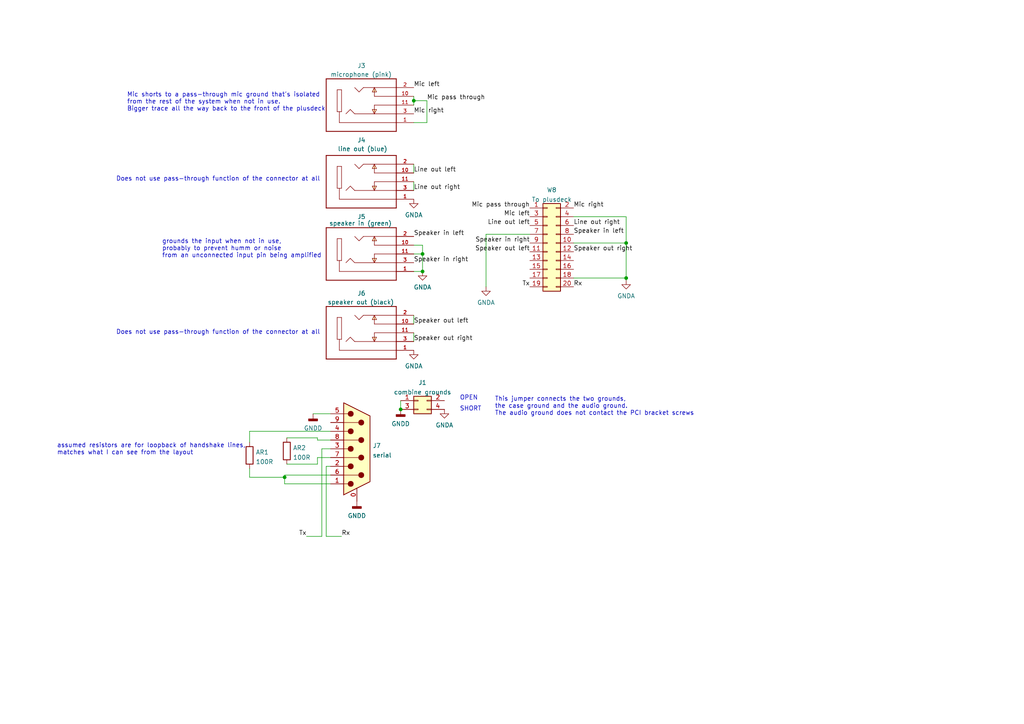
<source format=kicad_sch>
(kicad_sch (version 20230121) (generator eeschema)
  (paper "A4")
  (lib_symbols
    (symbol "Connector:DB9_Male_MountingHoles" (pin_names (offset 1.016) hide)
      (property "Reference" "J" (at 0 16.51 0))
      (property "Value" "DB9_Male_MountingHoles" (at 0 14.605 0))
      (symbol "DB9_Male_MountingHoles_0_1"
        (circle (center -1.778 -10.16) (radius 0.762) (fill (type outline)))
        (circle (center -1.778 -5.08) (radius 0.762) (fill (type outline)))
        (circle (center -1.778 0) (radius 0.762) (fill (type outline)))
        (circle (center -1.778 5.08) (radius 0.762) (fill (type outline)))
        (circle (center -1.778 10.16) (radius 0.762) (fill (type outline)))
        (polyline (pts (xy -3.81 -10.16) (xy -2.54 -10.16)))
        (polyline (pts (xy -3.81 -7.62) (xy 0.508 -7.62)))
        (polyline (pts (xy -3.81 -5.08) (xy -2.54 -5.08)))
        (polyline (pts (xy -3.81 -2.54) (xy 0.508 -2.54)))
        (polyline (pts (xy -3.81 0) (xy -2.54 0)))
        (polyline (pts (xy -3.81 2.54) (xy 0.508 2.54)))
        (polyline (pts (xy -3.81 5.08) (xy -2.54 5.08)))
        (polyline (pts (xy -3.81 7.62) (xy 0.508 7.62)))
        (polyline (pts (xy -3.81 10.16) (xy -2.54 10.16)))
        (polyline (pts (xy -3.81 -13.335) (xy -3.81 13.335) (xy 3.81 9.525) (xy 3.81 -9.525) (xy -3.81 -13.335)) (stroke (width 0.254)) (fill (type background)))
        (circle (center 1.27 -7.62) (radius 0.762) (fill (type outline)))
        (circle (center 1.27 -2.54) (radius 0.762) (fill (type outline)))
        (circle (center 1.27 2.54) (radius 0.762) (fill (type outline)))
        (circle (center 1.27 7.62) (radius 0.762) (fill (type outline)))
      )
      (symbol "DB9_Male_MountingHoles_1_1"
        (pin passive line (at 0 -15.24 90) (length 3.81) (name "PAD") (number "0"))
        (pin passive line (at -7.62 -10.16 0) (length 3.81) (name "1") (number "1"))
        (pin passive line (at -7.62 -5.08 0) (length 3.81) (name "2") (number "2"))
        (pin passive line (at -7.62 0 0) (length 3.81) (name "3") (number "3"))
        (pin passive line (at -7.62 5.08 0) (length 3.81) (name "4") (number "4"))
        (pin passive line (at -7.62 10.16 0) (length 3.81) (name "5") (number "5"))
        (pin passive line (at -7.62 -7.62 0) (length 3.81) (name "6") (number "6"))
        (pin passive line (at -7.62 -2.54 0) (length 3.81) (name "7") (number "7"))
        (pin passive line (at -7.62 2.54 0) (length 3.81) (name "8") (number "8"))
        (pin passive line (at -7.62 7.62 0) (length 3.81) (name "9") (number "9"))
      )
    )
    (symbol "Connector_Generic:Conn_02x02_Odd_Even" (pin_names (offset 1.016) hide)
      (property "Reference" "J" (at 1.27 2.54 0))
      (property "Value" "Conn_02x02_Odd_Even" (at 1.27 -5.08 0))
      (symbol "Conn_02x02_Odd_Even_1_1"
        (rectangle (start -1.27 -2.413) (end 0 -2.667) (stroke (width 0.1524)))
        (rectangle (start -1.27 0.127) (end 0 -0.127) (stroke (width 0.1524)))
        (rectangle (start -1.27 1.27) (end 3.81 -3.81) (stroke (width 0.254)) (fill (type background)))
        (rectangle (start 3.81 -2.413) (end 2.54 -2.667) (stroke (width 0.1524)))
        (rectangle (start 3.81 0.127) (end 2.54 -0.127) (stroke (width 0.1524)))
        (pin passive line (at -5.08 0 0) (length 3.81) (name "Pin_1") (number "1"))
        (pin passive line (at 7.62 0 180) (length 3.81) (name "Pin_2") (number "2"))
        (pin passive line (at -5.08 -2.54 0) (length 3.81) (name "Pin_3") (number "3"))
        (pin passive line (at 7.62 -2.54 180) (length 3.81) (name "Pin_4") (number "4"))
      )
    )
    (symbol "Connector_Generic:Conn_02x10_Odd_Even" (pin_names (offset 1.016) hide)
      (property "Reference" "J" (at 1.27 12.7 0))
      (property "Value" "Conn_02x10_Odd_Even" (at 1.27 -15.24 0))
      (symbol "Conn_02x10_Odd_Even_1_1"
        (rectangle (start -1.27 -12.573) (end 0 -12.827) (stroke (width 0.1524)))
        (rectangle (start -1.27 -10.033) (end 0 -10.287) (stroke (width 0.1524)))
        (rectangle (start -1.27 -7.493) (end 0 -7.747) (stroke (width 0.1524)))
        (rectangle (start -1.27 -4.953) (end 0 -5.207) (stroke (width 0.1524)))
        (rectangle (start -1.27 -2.413) (end 0 -2.667) (stroke (width 0.1524)))
        (rectangle (start -1.27 0.127) (end 0 -0.127) (stroke (width 0.1524)))
        (rectangle (start -1.27 2.667) (end 0 2.413) (stroke (width 0.1524)))
        (rectangle (start -1.27 5.207) (end 0 4.953) (stroke (width 0.1524)))
        (rectangle (start -1.27 7.747) (end 0 7.493) (stroke (width 0.1524)))
        (rectangle (start -1.27 10.287) (end 0 10.033) (stroke (width 0.1524)))
        (rectangle (start -1.27 11.43) (end 3.81 -13.97) (stroke (width 0.254)) (fill (type background)))
        (rectangle (start 3.81 -12.573) (end 2.54 -12.827) (stroke (width 0.1524)))
        (rectangle (start 3.81 -10.033) (end 2.54 -10.287) (stroke (width 0.1524)))
        (rectangle (start 3.81 -7.493) (end 2.54 -7.747) (stroke (width 0.1524)))
        (rectangle (start 3.81 -4.953) (end 2.54 -5.207) (stroke (width 0.1524)))
        (rectangle (start 3.81 -2.413) (end 2.54 -2.667) (stroke (width 0.1524)))
        (rectangle (start 3.81 0.127) (end 2.54 -0.127) (stroke (width 0.1524)))
        (rectangle (start 3.81 2.667) (end 2.54 2.413) (stroke (width 0.1524)))
        (rectangle (start 3.81 5.207) (end 2.54 4.953) (stroke (width 0.1524)))
        (rectangle (start 3.81 7.747) (end 2.54 7.493) (stroke (width 0.1524)))
        (rectangle (start 3.81 10.287) (end 2.54 10.033) (stroke (width 0.1524)))
        (pin passive line (at -5.08 10.16 0) (length 3.81) (name "Pin_1") (number "1"))
        (pin passive line (at 7.62 0 180) (length 3.81) (name "Pin_10") (number "10"))
        (pin passive line (at -5.08 -2.54 0) (length 3.81) (name "Pin_11") (number "11"))
        (pin passive line (at 7.62 -2.54 180) (length 3.81) (name "Pin_12") (number "12"))
        (pin passive line (at -5.08 -5.08 0) (length 3.81) (name "Pin_13") (number "13"))
        (pin passive line (at 7.62 -5.08 180) (length 3.81) (name "Pin_14") (number "14"))
        (pin passive line (at -5.08 -7.62 0) (length 3.81) (name "Pin_15") (number "15"))
        (pin passive line (at 7.62 -7.62 180) (length 3.81) (name "Pin_16") (number "16"))
        (pin passive line (at -5.08 -10.16 0) (length 3.81) (name "Pin_17") (number "17"))
        (pin passive line (at 7.62 -10.16 180) (length 3.81) (name "Pin_18") (number "18"))
        (pin passive line (at -5.08 -12.7 0) (length 3.81) (name "Pin_19") (number "19"))
        (pin passive line (at 7.62 10.16 180) (length 3.81) (name "Pin_2") (number "2"))
        (pin passive line (at 7.62 -12.7 180) (length 3.81) (name "Pin_20") (number "20"))
        (pin passive line (at -5.08 7.62 0) (length 3.81) (name "Pin_3") (number "3"))
        (pin passive line (at 7.62 7.62 180) (length 3.81) (name "Pin_4") (number "4"))
        (pin passive line (at -5.08 5.08 0) (length 3.81) (name "Pin_5") (number "5"))
        (pin passive line (at 7.62 5.08 180) (length 3.81) (name "Pin_6") (number "6"))
        (pin passive line (at -5.08 2.54 0) (length 3.81) (name "Pin_7") (number "7"))
        (pin passive line (at 7.62 2.54 180) (length 3.81) (name "Pin_8") (number "8"))
        (pin passive line (at -5.08 0 0) (length 3.81) (name "Pin_9") (number "9"))
      )
    )
    (symbol "Device:R" (pin_numbers hide) (pin_names (offset 0))
      (property "Reference" "R" (at 2.032 0 90))
      (property "Value" "R" (at 0 0 90))
      (symbol "R_0_1"
        (rectangle (start -1.016 -2.54) (end 1.016 2.54) (stroke (width 0.254)))
      )
      (symbol "R_1_1"
        (pin passive line (at 0 3.81 270) (length 1.27) (name "~") (number "1"))
        (pin passive line (at 0 -3.81 90) (length 1.27) (name "~") (number "2"))
      )
    )
    (symbol "Evan's misc parts:SJ1-3525N" (pin_names (offset 1.016) hide)
      (property "Reference" "J" (at -10.16 10.16 0))
      (property "Value" "SJ1-3525N" (at -10.16 -12.7254 0))
      (symbol "SJ1-3525N_0_0"
        (polyline (pts (xy -10.16 -7.62) (xy 10.16 -7.62)) (stroke (width 0.254)))
        (polyline (pts (xy -10.16 7.62) (xy -10.16 -7.62)) (stroke (width 0.254)))
        (polyline (pts (xy -6.985 -4.445) (xy -6.985 1.905)) (stroke (width 0.1524)))
        (polyline (pts (xy -6.985 1.905) (xy -6.35 1.905)) (stroke (width 0.1524)))
        (polyline (pts (xy -6.35 1.905) (xy -5.715 1.905)) (stroke (width 0.1524)))
        (polyline (pts (xy -6.35 5.08) (xy -6.35 1.905)) (stroke (width 0.1524)))
        (polyline (pts (xy -5.715 -4.445) (xy -6.985 -4.445)) (stroke (width 0.1524)))
        (polyline (pts (xy -5.715 1.905) (xy -5.715 -4.445)) (stroke (width 0.1524)))
        (polyline (pts (xy -3.175 1.27) (xy -4.445 2.54)) (stroke (width 0.1524)))
        (polyline (pts (xy -1.905 2.54) (xy -3.175 1.27)) (stroke (width 0.1524)))
        (polyline (pts (xy -0.635 -3.81) (xy -1.905 -5.08)) (stroke (width 0.1524)))
        (polyline (pts (xy 0.635 -5.08) (xy -0.635 -3.81)) (stroke (width 0.1524)))
        (polyline (pts (xy 3.81 -5.08) (xy 0.635 -5.08)) (stroke (width 0.1524)))
        (polyline (pts (xy 3.81 -2.54) (xy 3.81 -5.08)) (stroke (width 0.1524)))
        (polyline (pts (xy 3.81 2.54) (xy -1.905 2.54)) (stroke (width 0.1524)))
        (polyline (pts (xy 3.81 2.54) (xy 3.81 0)) (stroke (width 0.1524)))
        (polyline (pts (xy 10.16 -7.62) (xy 10.16 -5.08)) (stroke (width 0.254)))
        (polyline (pts (xy 10.16 -5.08) (xy 3.81 -5.08)) (stroke (width 0.1524)))
        (polyline (pts (xy 10.16 -5.08) (xy 10.16 -2.54)) (stroke (width 0.254)))
        (polyline (pts (xy 10.16 -2.54) (xy 3.81 -2.54)) (stroke (width 0.1524)))
        (polyline (pts (xy 10.16 -2.54) (xy 10.16 0)) (stroke (width 0.254)))
        (polyline (pts (xy 10.16 0) (xy 3.81 0)) (stroke (width 0.1524)))
        (polyline (pts (xy 10.16 0) (xy 10.16 2.54)) (stroke (width 0.254)))
        (polyline (pts (xy 10.16 2.54) (xy 3.81 2.54)) (stroke (width 0.1524)))
        (polyline (pts (xy 10.16 2.54) (xy 10.16 5.08)) (stroke (width 0.254)))
        (polyline (pts (xy 10.16 5.08) (xy -6.35 5.08)) (stroke (width 0.1524)))
        (polyline (pts (xy 10.16 5.08) (xy 10.16 7.62)) (stroke (width 0.254)))
        (polyline (pts (xy 10.16 7.62) (xy -10.16 7.62)) (stroke (width 0.254)))
        (polyline (pts (xy 3.81 -5.08) (xy 3.175 -3.81) (xy 4.445 -3.81) (xy 3.81 -5.08)) (stroke (width 0.1524)) (fill (type background)))
        (polyline (pts (xy 3.81 2.54) (xy 4.445 1.27) (xy 3.175 1.27) (xy 3.81 2.54)) (stroke (width 0.1524)) (fill (type background)))
        (pin passive line (at 15.24 5.08 180) (length 5.08) (name "~") (number "1"))
        (pin passive line (at 15.24 -2.54 180) (length 5.08) (name "~") (number "10"))
        (pin passive line (at 15.24 0 180) (length 5.08) (name "~") (number "11"))
        (pin passive line (at 15.24 -5.08 180) (length 5.08) (name "~") (number "2"))
        (pin passive line (at 15.24 2.54 180) (length 5.08) (name "~") (number "3"))
      )
    )
    (symbol "power:GNDA" (power) (pin_names (offset 0))
      (property "Value" "GNDA" (at 0 -3.81 0))
      (symbol "GNDA_0_1"
        (polyline (pts (xy 0 0) (xy 0 -1.27) (xy 1.27 -1.27) (xy 0 -2.54) (xy -1.27 -1.27) (xy 0 -1.27)))
      )
      (symbol "GNDA_1_1"
        (pin power_in line (at 0 0 270) (length 0) hide (name "GNDA") (number "1"))
      )
    )
    (symbol "power:GNDD" (power) (pin_names (offset 0))
      (property "Value" "GNDD" (at 0 -3.175 0))
      (symbol "GNDD_0_1"
        (rectangle (start -1.27 -1.524) (end 1.27 -2.032) (stroke (width 0.254)) (fill (type outline)))
        (polyline (pts (xy 0 0) (xy 0 -1.524)))
      )
      (symbol "GNDD_1_1"
        (pin power_in line (at 0 0 270) (length 0) hide (name "GNDD") (number "1"))
      )
    )
  )
  (junction (at 116.205 118.745))
  (junction (at 181.61 70.485))
  (junction (at 122.555 78.74))
  (junction (at 122.555 73.66))
  (junction (at 82.55 138.43))
  (junction (at 120.015 29.21))
  (junction (at 181.61 80.645))
  (wire (pts (xy 82.55 138.43) (xy 82.55 137.795)))
  (wire (pts (xy 140.97 83.185) (xy 140.97 67.945)))
  (wire (pts (xy 181.61 70.485) (xy 181.61 62.865)))
  (wire (pts (xy 95.885 130.175) (xy 93.345 130.175)))
  (wire (pts (xy 123.825 29.21) (xy 123.825 35.56)))
  (wire (pts (xy 92.075 127) (xy 92.075 127.635)))
  (wire (pts (xy 122.555 73.66) (xy 122.555 78.74)))
  (wire (pts (xy 181.61 62.865) (xy 166.37 62.865)))
  (wire (pts (xy 90.805 120.015) (xy 95.885 120.015)))
  (wire (pts (xy 140.97 67.945) (xy 153.67 67.945)))
  (wire (pts (xy 83.185 127) (xy 92.075 127)))
  (wire (pts (xy 181.61 80.645) (xy 181.61 81.28)))
  (wire (pts (xy 116.205 116.205) (xy 116.205 118.745)))
  (wire (pts (xy 92.075 132.715) (xy 92.075 134.62)))
  (wire (pts (xy 95.885 140.335) (xy 82.55 140.335)))
  (wire (pts (xy 123.825 35.56) (xy 120.015 35.56)))
  (wire (pts (xy 120.015 91.44) (xy 120.015 93.98)))
  (wire (pts (xy 94.615 135.255) (xy 94.615 155.575)))
  (wire (pts (xy 122.555 78.74) (xy 120.015 78.74)))
  (wire (pts (xy 122.555 71.12) (xy 122.555 73.66)))
  (wire (pts (xy 92.075 127.635) (xy 95.885 127.635)))
  (wire (pts (xy 120.015 52.705) (xy 120.015 55.245)))
  (wire (pts (xy 120.015 29.21) (xy 123.825 29.21)))
  (wire (pts (xy 120.015 47.625) (xy 120.015 50.165)))
  (wire (pts (xy 166.37 80.645) (xy 181.61 80.645)))
  (wire (pts (xy 95.885 135.255) (xy 94.615 135.255)))
  (wire (pts (xy 120.015 71.12) (xy 122.555 71.12)))
  (wire (pts (xy 166.37 70.485) (xy 181.61 70.485)))
  (wire (pts (xy 120.015 27.94) (xy 120.015 29.21)))
  (wire (pts (xy 82.55 137.795) (xy 95.885 137.795)))
  (wire (pts (xy 95.885 132.715) (xy 92.075 132.715)))
  (wire (pts (xy 95.885 125.095) (xy 72.39 125.095)))
  (wire (pts (xy 88.9 155.575) (xy 93.345 155.575)))
  (wire (pts (xy 72.39 135.89) (xy 72.39 138.43)))
  (wire (pts (xy 122.555 73.66) (xy 120.015 73.66)))
  (wire (pts (xy 181.61 70.485) (xy 181.61 80.645)))
  (wire (pts (xy 94.615 155.575) (xy 99.06 155.575)))
  (wire (pts (xy 72.39 138.43) (xy 82.55 138.43)))
  (wire (pts (xy 82.55 140.335) (xy 82.55 138.43)))
  (wire (pts (xy 120.015 96.52) (xy 120.015 99.06)))
  (wire (pts (xy 120.015 29.21) (xy 120.015 30.48)))
  (wire (pts (xy 93.345 130.175) (xy 93.345 155.575)))
  (wire (pts (xy 72.39 125.095) (xy 72.39 128.27)))
  (wire (pts (xy 92.075 134.62) (xy 83.185 134.62)))
  (text "OPEN" (at 133.35 116.205 0) (effects (font (size 1.27 1.27)) (justify left bottom)))
  (text "This jumper connects the two grounds, \nthe case ground and the audio ground.  \nThe audio ground does not contact the PCI bracket screws" (at 143.51 120.65 0) (effects (font (size 1.27 1.27)) (justify left bottom)))
  (text "Does not use pass-through function of the connector at all" (at 33.655 52.705 0) (effects (font (size 1.27 1.27)) (justify left bottom)))
  (text "SHORT" (at 133.35 119.38 0) (effects (font (size 1.27 1.27)) (justify left bottom)))
  (text "Mic shorts to a pass-through mic ground that's isolated \nfrom the rest of the system when not in use.  \nBigger trace all the way back to the front of the plusdeck" (at 36.83 32.385 0) (effects (font (size 1.27 1.27)) (justify left bottom)))
  (text "Does not use pass-through function of the connector at all" (at 33.655 97.155 0) (effects (font (size 1.27 1.27)) (justify left bottom)))
  (text "assumed resistors are for loopback of handshake lines, \nmatches what I can see from the layout" (at 16.51 132.08 0) (effects (font (size 1.27 1.27)) (justify left bottom)))
  (text "grounds the input when not in use, \nprobably to prevent humm or noise \nfrom an unconnected input pin being amplified" (at 46.99 74.93 0) (effects (font (size 1.27 1.27)) (justify left bottom)))
  (label "Speaker in left" (at 166.37 67.945 0))
  (label "Mic pass through" (at 123.825 29.21 0))
  (label "Tx" (at 88.9 155.575 180))
  (label "Line out right" (at 166.37 65.405 0))
  (label "Mic right" (at 120.015 33.02 0))
  (label "Speaker out left" (at 120.015 93.98 0))
  (label "Speaker out right" (at 166.37 73.025 0))
  (label "Line out left" (at 153.67 65.405 180))
  (label "Speaker out left" (at 153.67 73.025 180))
  (label "Mic right" (at 166.37 60.325 0))
  (label "Mic left" (at 120.015 25.4 0))
  (label "Line out left" (at 120.015 50.165 0))
  (label "Mic left" (at 153.67 62.865 180))
  (label "Rx" (at 166.37 83.185 0))
  (label "Line out right" (at 120.015 55.245 0))
  (label "Mic pass through" (at 153.67 60.325 180))
  (label "Tx" (at 153.67 83.185 180))
  (label "Speaker out right" (at 120.015 99.06 0))
  (label "Speaker in left" (at 120.015 68.58 0))
  (label "Speaker in right" (at 153.67 70.485 180))
  (label "Rx" (at 99.06 155.575 0))
  (label "Speaker in right" (at 120.015 76.2 0))
  (symbol (lib_id "power:GNDD") (at 116.205 118.745 0) (unit 1)
    (property "Reference" "#PWR0104" (effects hide))
    (property "Value" "GNDD" (at 116.205 122.9265 0))
  )
  (symbol (lib_id "Device:R") (at 83.185 130.81 0) (unit 1)
    (property "Reference" "AR2" (at 84.963 129.9015 0) (effects (justify left)))
    (property "Value" "100R" (at 84.963 132.6766 0) (effects (justify left)))
    (property "Footprint" "Resistor_THT:R_Axial_DIN0207_L6.3mm_D2.5mm_P10.16mm_Horizontal" (effects hide))
  )
  (symbol (lib_id "Evan's misc parts:SJ1-3525N") (at 104.775 96.52 0) (mirror x) (unit 1)
    (property "Reference" "J6" (at 106.045 85.09 0) (effects (justify right)))
    (property "Value" "speaker out (black)" (at 114.3 87.63 0) (effects (justify right)))
    (property "Footprint" "Evan's misc parts:CUI_SJ1-3525N" (effects hide))
    (property "MANUFACTURER" "CUI" (effects hide))
    (property "STANDARD" "Manufacturer recommendation" (effects hide))
    (property "PARTREV" "1.02" (effects hide))
  )
  (symbol (lib_id "power:GNDA") (at 120.015 101.6 0) (unit 1)
    (property "Reference" "#PWR0105" (effects hide))
    (property "Value" "GNDA" (at 120.015 106.1625 0))
  )
  (symbol (lib_id "power:GNDA") (at 181.61 81.28 0) (unit 1)
    (property "Reference" "#PWR0108" (effects hide))
    (property "Value" "GNDA" (at 181.61 85.8425 0))
  )
  (symbol (lib_id "Evan's misc parts:SJ1-3525N") (at 104.775 30.48 0) (mirror x) (unit 1)
    (property "Reference" "J3" (at 106.045 19.05 0) (effects (justify right)))
    (property "Value" "microphone (pink)" (at 113.665 21.59 0) (effects (justify right)))
    (property "Footprint" "Evan's misc parts:CUI_SJ1-3525N" (effects hide))
    (property "MANUFACTURER" "CUI" (effects hide))
    (property "STANDARD" "Manufacturer recommendation" (effects hide))
    (property "PARTREV" "1.02" (effects hide))
  )
  (symbol (lib_id "Connector:DB9_Male_MountingHoles") (at 103.505 130.175 0) (unit 1)
    (property "Reference" "J7" (at 108.077 129.2665 0) (effects (justify left)))
    (property "Value" "serial" (at 108.077 132.0416 0) (effects (justify left)))
    (property "Footprint" "Connector_Dsub:DSUB-9_Male_Horizontal_P2.77x2.84mm_EdgePinOffset7.70mm_Housed_MountingHolesOffset9.12mm" (effects hide))
    (property "Datasheet" " ~" (effects hide))
  )
  (symbol (lib_id "Connector_Generic:Conn_02x10_Odd_Even") (at 158.75 70.485 0) (unit 1)
    (property "Reference" "W8" (at 160.02 55.0885 0))
    (property "Value" "To plusdeck" (at 160.02 57.8636 0))
    (property "Footprint" "Connector_PinHeader_2.54mm:PinHeader_2x10_P2.54mm_Horizontal" (effects hide))
  )
  (symbol (lib_id "power:GNDA") (at 140.97 83.185 0) (unit 1)
    (property "Reference" "#PWR0109" (effects hide))
    (property "Value" "GNDA" (at 140.97 87.7475 0))
  )
  (symbol (lib_id "power:GNDD") (at 103.505 145.415 0) (unit 1)
    (property "Reference" "#PWR0101" (effects hide))
    (property "Value" "GNDD" (at 103.505 149.5965 0))
  )
  (symbol (lib_id "power:GNDA") (at 122.555 78.74 0) (unit 1)
    (property "Reference" "#PWR0107" (effects hide))
    (property "Value" "GNDA" (at 122.555 83.3025 0))
  )
  (symbol (lib_id "power:GNDD") (at 90.805 120.015 0) (unit 1)
    (property "Reference" "#PWR0102" (effects hide))
    (property "Value" "GNDD" (at 90.805 124.1965 0))
  )
  (symbol (lib_id "Device:R") (at 72.39 132.08 0) (unit 1)
    (property "Reference" "AR1" (at 74.168 131.1715 0) (effects (justify left)))
    (property "Value" "100R" (at 74.168 133.9466 0) (effects (justify left)))
    (property "Footprint" "Resistor_THT:R_Axial_DIN0207_L6.3mm_D2.5mm_P10.16mm_Horizontal" (effects hide))
  )
  (symbol (lib_id "power:GNDA") (at 120.015 57.785 0) (unit 1)
    (property "Reference" "#PWR0106" (effects hide))
    (property "Value" "GNDA" (at 120.015 62.3475 0))
  )
  (symbol (lib_id "Evan's misc parts:SJ1-3525N") (at 104.775 52.705 0) (mirror x) (unit 1)
    (property "Reference" "J4" (at 106.045 40.64 0) (effects (justify right)))
    (property "Value" "line out (blue)" (at 112.395 43.18 0) (effects (justify right)))
    (property "Footprint" "Evan's misc parts:CUI_SJ1-3525N" (effects hide))
    (property "MANUFACTURER" "CUI" (effects hide))
    (property "STANDARD" "Manufacturer recommendation" (effects hide))
    (property "PARTREV" "1.02" (effects hide))
  )
  (symbol (lib_id "power:GNDA") (at 128.905 118.745 0) (unit 1)
    (property "Reference" "#PWR0103" (effects hide))
    (property "Value" "GNDA" (at 128.905 123.3075 0))
  )
  (symbol (lib_id "Connector_Generic:Conn_02x02_Odd_Even") (at 121.285 116.205 0) (unit 1)
    (property "Reference" "J1" (at 122.555 110.9685 0))
    (property "Value" "combine grounds" (at 122.555 113.7436 0))
    (property "Footprint" "Connector_PinHeader_2.54mm:PinHeader_2x02_P2.54mm_Vertical" (effects hide))
  )
  (symbol (lib_id "Evan's misc parts:SJ1-3525N") (at 104.775 73.66 0) (mirror x) (unit 1)
    (property "Reference" "J5" (at 106.045 62.865 0) (effects (justify right)))
    (property "Value" "speaker in (green)" (at 113.665 64.77 0) (effects (justify right)))
    (property "Footprint" "Evan's misc parts:CUI_SJ1-3525N" (effects hide))
    (property "MANUFACTURER" "CUI" (effects hide))
    (property "STANDARD" "Manufacturer recommendation" (effects hide))
    (property "PARTREV" "1.02" (effects hide))
  )
)
</source>
